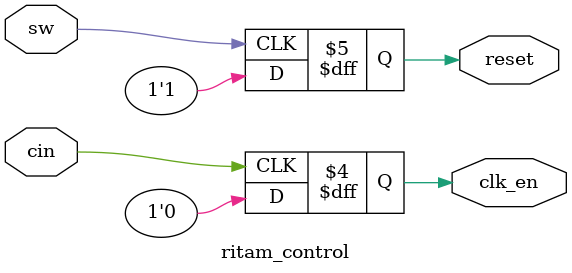
<source format=v>
module ritam_control(output reg reset, clk_en,input cin, sw);

initial begin
reset = 0;
clk_en = 1;
end

always @(posedge sw) begin 
reset = 1;
end

always @(negedge cin)begin
clk_en = 0;

end

endmodule
</source>
